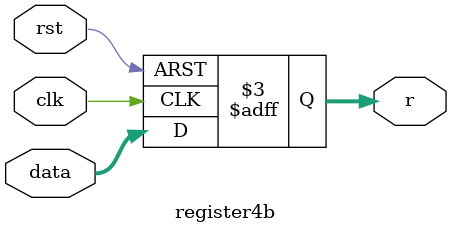
<source format=v>
`timescale 1ns / 1ps

module register4b (r, rst, data, clk);
	output reg [3:0] r;
	input rst,clk;
	input [3:0] data;
    
   always @(posedge clk or negedge rst)
    begin
      if (rst==0)
	       begin
 	        r[3:0]= 4'b0;
         end
      else
        begin
          r[3:0]=data[3:0];
        end
    end
  
endmodule
</source>
